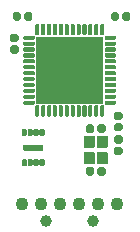
<source format=gbr>
%TF.GenerationSoftware,KiCad,Pcbnew,5.1.8*%
%TF.CreationDate,2020-12-04T00:19:28-05:00*%
%TF.ProjectId,spur,73707572-2e6b-4696-9361-645f70636258,v1.0*%
%TF.SameCoordinates,Original*%
%TF.FileFunction,Soldermask,Bot*%
%TF.FilePolarity,Negative*%
%FSLAX46Y46*%
G04 Gerber Fmt 4.6, Leading zero omitted, Abs format (unit mm)*
G04 Created by KiCad (PCBNEW 5.1.8) date 2020-12-04 00:19:28*
%MOMM*%
%LPD*%
G01*
G04 APERTURE LIST*
%ADD10C,1.000000*%
%ADD11C,1.100000*%
G04 APERTURE END LIST*
%TO.C,U2*%
G36*
G01*
X136100000Y-86150000D02*
X137700000Y-86150000D01*
G75*
G02*
X137750000Y-86200000I0J-50000D01*
G01*
X137750000Y-86600000D01*
G75*
G02*
X137700000Y-86650000I-50000J0D01*
G01*
X136100000Y-86650000D01*
G75*
G02*
X136050000Y-86600000I0J50000D01*
G01*
X136050000Y-86200000D01*
G75*
G02*
X136100000Y-86150000I50000J0D01*
G01*
G37*
G36*
G01*
X136037500Y-87375000D02*
X136262500Y-87375000D01*
G75*
G02*
X136375000Y-87487500I0J-112500D01*
G01*
X136375000Y-87887500D01*
G75*
G02*
X136262500Y-88000000I-112500J0D01*
G01*
X136037500Y-88000000D01*
G75*
G02*
X135925000Y-87887500I0J112500D01*
G01*
X135925000Y-87487500D01*
G75*
G02*
X136037500Y-87375000I112500J0D01*
G01*
G37*
G36*
G01*
X136537500Y-87375000D02*
X136762500Y-87375000D01*
G75*
G02*
X136875000Y-87487500I0J-112500D01*
G01*
X136875000Y-87887500D01*
G75*
G02*
X136762500Y-88000000I-112500J0D01*
G01*
X136537500Y-88000000D01*
G75*
G02*
X136425000Y-87887500I0J112500D01*
G01*
X136425000Y-87487500D01*
G75*
G02*
X136537500Y-87375000I112500J0D01*
G01*
G37*
G36*
G01*
X137037500Y-87375000D02*
X137262500Y-87375000D01*
G75*
G02*
X137375000Y-87487500I0J-112500D01*
G01*
X137375000Y-87887500D01*
G75*
G02*
X137262500Y-88000000I-112500J0D01*
G01*
X137037500Y-88000000D01*
G75*
G02*
X136925000Y-87887500I0J112500D01*
G01*
X136925000Y-87487500D01*
G75*
G02*
X137037500Y-87375000I112500J0D01*
G01*
G37*
G36*
G01*
X137537500Y-87375000D02*
X137762500Y-87375000D01*
G75*
G02*
X137875000Y-87487500I0J-112500D01*
G01*
X137875000Y-87887500D01*
G75*
G02*
X137762500Y-88000000I-112500J0D01*
G01*
X137537500Y-88000000D01*
G75*
G02*
X137425000Y-87887500I0J112500D01*
G01*
X137425000Y-87487500D01*
G75*
G02*
X137537500Y-87375000I112500J0D01*
G01*
G37*
G36*
G01*
X137537500Y-84800000D02*
X137762500Y-84800000D01*
G75*
G02*
X137875000Y-84912500I0J-112500D01*
G01*
X137875000Y-85312500D01*
G75*
G02*
X137762500Y-85425000I-112500J0D01*
G01*
X137537500Y-85425000D01*
G75*
G02*
X137425000Y-85312500I0J112500D01*
G01*
X137425000Y-84912500D01*
G75*
G02*
X137537500Y-84800000I112500J0D01*
G01*
G37*
G36*
G01*
X137037500Y-84800000D02*
X137262500Y-84800000D01*
G75*
G02*
X137375000Y-84912500I0J-112500D01*
G01*
X137375000Y-85312500D01*
G75*
G02*
X137262500Y-85425000I-112500J0D01*
G01*
X137037500Y-85425000D01*
G75*
G02*
X136925000Y-85312500I0J112500D01*
G01*
X136925000Y-84912500D01*
G75*
G02*
X137037500Y-84800000I112500J0D01*
G01*
G37*
G36*
G01*
X136537500Y-84800000D02*
X136762500Y-84800000D01*
G75*
G02*
X136875000Y-84912500I0J-112500D01*
G01*
X136875000Y-85312500D01*
G75*
G02*
X136762500Y-85425000I-112500J0D01*
G01*
X136537500Y-85425000D01*
G75*
G02*
X136425000Y-85312500I0J112500D01*
G01*
X136425000Y-84912500D01*
G75*
G02*
X136537500Y-84800000I112500J0D01*
G01*
G37*
G36*
G01*
X136037500Y-84800000D02*
X136262500Y-84800000D01*
G75*
G02*
X136375000Y-84912500I0J-112500D01*
G01*
X136375000Y-85312500D01*
G75*
G02*
X136262500Y-85425000I-112500J0D01*
G01*
X136037500Y-85425000D01*
G75*
G02*
X135925000Y-85312500I0J112500D01*
G01*
X135925000Y-84912500D01*
G75*
G02*
X136037500Y-84800000I112500J0D01*
G01*
G37*
%TD*%
D10*
%TO.C,SW1*%
X142000000Y-92580000D03*
X138000000Y-92580000D03*
%TD*%
D11*
%TO.C,TP3*%
X144000000Y-91200000D03*
%TD*%
%TO.C,TP2*%
X142400000Y-91200000D03*
%TD*%
%TO.C,TP4*%
X140800000Y-91200000D03*
%TD*%
%TO.C,TP6*%
X139200000Y-91200000D03*
%TD*%
%TO.C,TP5*%
X137600000Y-91200000D03*
%TD*%
%TO.C,TP1*%
X136000000Y-91200000D03*
%TD*%
%TO.C,C10*%
G36*
G01*
X143902500Y-84340000D02*
X144297500Y-84340000D01*
G75*
G02*
X144470000Y-84512500I0J-172500D01*
G01*
X144470000Y-84857500D01*
G75*
G02*
X144297500Y-85030000I-172500J0D01*
G01*
X143902500Y-85030000D01*
G75*
G02*
X143730000Y-84857500I0J172500D01*
G01*
X143730000Y-84512500D01*
G75*
G02*
X143902500Y-84340000I172500J0D01*
G01*
G37*
G36*
G01*
X143902500Y-83370000D02*
X144297500Y-83370000D01*
G75*
G02*
X144470000Y-83542500I0J-172500D01*
G01*
X144470000Y-83887500D01*
G75*
G02*
X144297500Y-84060000I-172500J0D01*
G01*
X143902500Y-84060000D01*
G75*
G02*
X143730000Y-83887500I0J172500D01*
G01*
X143730000Y-83542500D01*
G75*
G02*
X143902500Y-83370000I172500J0D01*
G01*
G37*
%TD*%
%TO.C,C9*%
G36*
G01*
X145145000Y-75102500D02*
X145145000Y-75497500D01*
G75*
G02*
X144972500Y-75670000I-172500J0D01*
G01*
X144627500Y-75670000D01*
G75*
G02*
X144455000Y-75497500I0J172500D01*
G01*
X144455000Y-75102500D01*
G75*
G02*
X144627500Y-74930000I172500J0D01*
G01*
X144972500Y-74930000D01*
G75*
G02*
X145145000Y-75102500I0J-172500D01*
G01*
G37*
G36*
G01*
X144175000Y-75102500D02*
X144175000Y-75497500D01*
G75*
G02*
X144002500Y-75670000I-172500J0D01*
G01*
X143657500Y-75670000D01*
G75*
G02*
X143485000Y-75497500I0J172500D01*
G01*
X143485000Y-75102500D01*
G75*
G02*
X143657500Y-74930000I172500J0D01*
G01*
X144002500Y-74930000D01*
G75*
G02*
X144175000Y-75102500I0J-172500D01*
G01*
G37*
%TD*%
%TO.C,C7*%
G36*
G01*
X144297500Y-87030000D02*
X143902500Y-87030000D01*
G75*
G02*
X143730000Y-86857500I0J172500D01*
G01*
X143730000Y-86512500D01*
G75*
G02*
X143902500Y-86340000I172500J0D01*
G01*
X144297500Y-86340000D01*
G75*
G02*
X144470000Y-86512500I0J-172500D01*
G01*
X144470000Y-86857500D01*
G75*
G02*
X144297500Y-87030000I-172500J0D01*
G01*
G37*
G36*
G01*
X144297500Y-86060000D02*
X143902500Y-86060000D01*
G75*
G02*
X143730000Y-85887500I0J172500D01*
G01*
X143730000Y-85542500D01*
G75*
G02*
X143902500Y-85370000I172500J0D01*
G01*
X144297500Y-85370000D01*
G75*
G02*
X144470000Y-85542500I0J-172500D01*
G01*
X144470000Y-85887500D01*
G75*
G02*
X144297500Y-86060000I-172500J0D01*
G01*
G37*
%TD*%
%TO.C,C6*%
G36*
G01*
X135497500Y-77475000D02*
X135102500Y-77475000D01*
G75*
G02*
X134930000Y-77302500I0J172500D01*
G01*
X134930000Y-76957500D01*
G75*
G02*
X135102500Y-76785000I172500J0D01*
G01*
X135497500Y-76785000D01*
G75*
G02*
X135670000Y-76957500I0J-172500D01*
G01*
X135670000Y-77302500D01*
G75*
G02*
X135497500Y-77475000I-172500J0D01*
G01*
G37*
G36*
G01*
X135497500Y-78445000D02*
X135102500Y-78445000D01*
G75*
G02*
X134930000Y-78272500I0J172500D01*
G01*
X134930000Y-77927500D01*
G75*
G02*
X135102500Y-77755000I172500J0D01*
G01*
X135497500Y-77755000D01*
G75*
G02*
X135670000Y-77927500I0J-172500D01*
G01*
X135670000Y-78272500D01*
G75*
G02*
X135497500Y-78445000I-172500J0D01*
G01*
G37*
%TD*%
%TO.C,C8*%
G36*
G01*
X135875000Y-75102500D02*
X135875000Y-75497500D01*
G75*
G02*
X135702500Y-75670000I-172500J0D01*
G01*
X135357500Y-75670000D01*
G75*
G02*
X135185000Y-75497500I0J172500D01*
G01*
X135185000Y-75102500D01*
G75*
G02*
X135357500Y-74930000I172500J0D01*
G01*
X135702500Y-74930000D01*
G75*
G02*
X135875000Y-75102500I0J-172500D01*
G01*
G37*
G36*
G01*
X136845000Y-75102500D02*
X136845000Y-75497500D01*
G75*
G02*
X136672500Y-75670000I-172500J0D01*
G01*
X136327500Y-75670000D01*
G75*
G02*
X136155000Y-75497500I0J172500D01*
G01*
X136155000Y-75102500D01*
G75*
G02*
X136327500Y-74930000I172500J0D01*
G01*
X136672500Y-74930000D01*
G75*
G02*
X136845000Y-75102500I0J-172500D01*
G01*
G37*
%TD*%
%TO.C,C4*%
G36*
G01*
X143030000Y-84602500D02*
X143030000Y-84997500D01*
G75*
G02*
X142857500Y-85170000I-172500J0D01*
G01*
X142512500Y-85170000D01*
G75*
G02*
X142340000Y-84997500I0J172500D01*
G01*
X142340000Y-84602500D01*
G75*
G02*
X142512500Y-84430000I172500J0D01*
G01*
X142857500Y-84430000D01*
G75*
G02*
X143030000Y-84602500I0J-172500D01*
G01*
G37*
G36*
G01*
X142060000Y-84602500D02*
X142060000Y-84997500D01*
G75*
G02*
X141887500Y-85170000I-172500J0D01*
G01*
X141542500Y-85170000D01*
G75*
G02*
X141370000Y-84997500I0J172500D01*
G01*
X141370000Y-84602500D01*
G75*
G02*
X141542500Y-84430000I172500J0D01*
G01*
X141887500Y-84430000D01*
G75*
G02*
X142060000Y-84602500I0J-172500D01*
G01*
G37*
%TD*%
%TO.C,C5*%
G36*
G01*
X142340000Y-88597500D02*
X142340000Y-88202500D01*
G75*
G02*
X142512500Y-88030000I172500J0D01*
G01*
X142857500Y-88030000D01*
G75*
G02*
X143030000Y-88202500I0J-172500D01*
G01*
X143030000Y-88597500D01*
G75*
G02*
X142857500Y-88770000I-172500J0D01*
G01*
X142512500Y-88770000D01*
G75*
G02*
X142340000Y-88597500I0J172500D01*
G01*
G37*
G36*
G01*
X141370000Y-88597500D02*
X141370000Y-88202500D01*
G75*
G02*
X141542500Y-88030000I172500J0D01*
G01*
X141887500Y-88030000D01*
G75*
G02*
X142060000Y-88202500I0J-172500D01*
G01*
X142060000Y-88597500D01*
G75*
G02*
X141887500Y-88770000I-172500J0D01*
G01*
X141542500Y-88770000D01*
G75*
G02*
X141370000Y-88597500I0J172500D01*
G01*
G37*
%TD*%
%TO.C,U3*%
G36*
G01*
X142837500Y-83775000D02*
X142662500Y-83775000D01*
G75*
G02*
X142575000Y-83687500I0J87500D01*
G01*
X142575000Y-82887500D01*
G75*
G02*
X142662500Y-82800000I87500J0D01*
G01*
X142837500Y-82800000D01*
G75*
G02*
X142925000Y-82887500I0J-87500D01*
G01*
X142925000Y-83687500D01*
G75*
G02*
X142837500Y-83775000I-87500J0D01*
G01*
G37*
G36*
G01*
X142337500Y-83775000D02*
X142162500Y-83775000D01*
G75*
G02*
X142075000Y-83687500I0J87500D01*
G01*
X142075000Y-82887500D01*
G75*
G02*
X142162500Y-82800000I87500J0D01*
G01*
X142337500Y-82800000D01*
G75*
G02*
X142425000Y-82887500I0J-87500D01*
G01*
X142425000Y-83687500D01*
G75*
G02*
X142337500Y-83775000I-87500J0D01*
G01*
G37*
G36*
G01*
X141837500Y-83775000D02*
X141662500Y-83775000D01*
G75*
G02*
X141575000Y-83687500I0J87500D01*
G01*
X141575000Y-82887500D01*
G75*
G02*
X141662500Y-82800000I87500J0D01*
G01*
X141837500Y-82800000D01*
G75*
G02*
X141925000Y-82887500I0J-87500D01*
G01*
X141925000Y-83687500D01*
G75*
G02*
X141837500Y-83775000I-87500J0D01*
G01*
G37*
G36*
G01*
X141337500Y-83775000D02*
X141162500Y-83775000D01*
G75*
G02*
X141075000Y-83687500I0J87500D01*
G01*
X141075000Y-82887500D01*
G75*
G02*
X141162500Y-82800000I87500J0D01*
G01*
X141337500Y-82800000D01*
G75*
G02*
X141425000Y-82887500I0J-87500D01*
G01*
X141425000Y-83687500D01*
G75*
G02*
X141337500Y-83775000I-87500J0D01*
G01*
G37*
G36*
G01*
X140837500Y-83775000D02*
X140662500Y-83775000D01*
G75*
G02*
X140575000Y-83687500I0J87500D01*
G01*
X140575000Y-82887500D01*
G75*
G02*
X140662500Y-82800000I87500J0D01*
G01*
X140837500Y-82800000D01*
G75*
G02*
X140925000Y-82887500I0J-87500D01*
G01*
X140925000Y-83687500D01*
G75*
G02*
X140837500Y-83775000I-87500J0D01*
G01*
G37*
G36*
G01*
X140337500Y-83775000D02*
X140162500Y-83775000D01*
G75*
G02*
X140075000Y-83687500I0J87500D01*
G01*
X140075000Y-82887500D01*
G75*
G02*
X140162500Y-82800000I87500J0D01*
G01*
X140337500Y-82800000D01*
G75*
G02*
X140425000Y-82887500I0J-87500D01*
G01*
X140425000Y-83687500D01*
G75*
G02*
X140337500Y-83775000I-87500J0D01*
G01*
G37*
G36*
G01*
X139837500Y-83775000D02*
X139662500Y-83775000D01*
G75*
G02*
X139575000Y-83687500I0J87500D01*
G01*
X139575000Y-82887500D01*
G75*
G02*
X139662500Y-82800000I87500J0D01*
G01*
X139837500Y-82800000D01*
G75*
G02*
X139925000Y-82887500I0J-87500D01*
G01*
X139925000Y-83687500D01*
G75*
G02*
X139837500Y-83775000I-87500J0D01*
G01*
G37*
G36*
G01*
X139337500Y-83775000D02*
X139162500Y-83775000D01*
G75*
G02*
X139075000Y-83687500I0J87500D01*
G01*
X139075000Y-82887500D01*
G75*
G02*
X139162500Y-82800000I87500J0D01*
G01*
X139337500Y-82800000D01*
G75*
G02*
X139425000Y-82887500I0J-87500D01*
G01*
X139425000Y-83687500D01*
G75*
G02*
X139337500Y-83775000I-87500J0D01*
G01*
G37*
G36*
G01*
X138837500Y-83775000D02*
X138662500Y-83775000D01*
G75*
G02*
X138575000Y-83687500I0J87500D01*
G01*
X138575000Y-82887500D01*
G75*
G02*
X138662500Y-82800000I87500J0D01*
G01*
X138837500Y-82800000D01*
G75*
G02*
X138925000Y-82887500I0J-87500D01*
G01*
X138925000Y-83687500D01*
G75*
G02*
X138837500Y-83775000I-87500J0D01*
G01*
G37*
G36*
G01*
X138337500Y-83775000D02*
X138162500Y-83775000D01*
G75*
G02*
X138075000Y-83687500I0J87500D01*
G01*
X138075000Y-82887500D01*
G75*
G02*
X138162500Y-82800000I87500J0D01*
G01*
X138337500Y-82800000D01*
G75*
G02*
X138425000Y-82887500I0J-87500D01*
G01*
X138425000Y-83687500D01*
G75*
G02*
X138337500Y-83775000I-87500J0D01*
G01*
G37*
G36*
G01*
X137837500Y-83775000D02*
X137662500Y-83775000D01*
G75*
G02*
X137575000Y-83687500I0J87500D01*
G01*
X137575000Y-82887500D01*
G75*
G02*
X137662500Y-82800000I87500J0D01*
G01*
X137837500Y-82800000D01*
G75*
G02*
X137925000Y-82887500I0J-87500D01*
G01*
X137925000Y-83687500D01*
G75*
G02*
X137837500Y-83775000I-87500J0D01*
G01*
G37*
G36*
G01*
X137337500Y-83775000D02*
X137162500Y-83775000D01*
G75*
G02*
X137075000Y-83687500I0J87500D01*
G01*
X137075000Y-82887500D01*
G75*
G02*
X137162500Y-82800000I87500J0D01*
G01*
X137337500Y-82800000D01*
G75*
G02*
X137425000Y-82887500I0J-87500D01*
G01*
X137425000Y-83687500D01*
G75*
G02*
X137337500Y-83775000I-87500J0D01*
G01*
G37*
G36*
G01*
X136962500Y-82775000D02*
X136162500Y-82775000D01*
G75*
G02*
X136075000Y-82687500I0J87500D01*
G01*
X136075000Y-82512500D01*
G75*
G02*
X136162500Y-82425000I87500J0D01*
G01*
X136962500Y-82425000D01*
G75*
G02*
X137050000Y-82512500I0J-87500D01*
G01*
X137050000Y-82687500D01*
G75*
G02*
X136962500Y-82775000I-87500J0D01*
G01*
G37*
G36*
G01*
X136962500Y-82275000D02*
X136162500Y-82275000D01*
G75*
G02*
X136075000Y-82187500I0J87500D01*
G01*
X136075000Y-82012500D01*
G75*
G02*
X136162500Y-81925000I87500J0D01*
G01*
X136962500Y-81925000D01*
G75*
G02*
X137050000Y-82012500I0J-87500D01*
G01*
X137050000Y-82187500D01*
G75*
G02*
X136962500Y-82275000I-87500J0D01*
G01*
G37*
G36*
G01*
X136962500Y-81775000D02*
X136162500Y-81775000D01*
G75*
G02*
X136075000Y-81687500I0J87500D01*
G01*
X136075000Y-81512500D01*
G75*
G02*
X136162500Y-81425000I87500J0D01*
G01*
X136962500Y-81425000D01*
G75*
G02*
X137050000Y-81512500I0J-87500D01*
G01*
X137050000Y-81687500D01*
G75*
G02*
X136962500Y-81775000I-87500J0D01*
G01*
G37*
G36*
G01*
X136962500Y-81275000D02*
X136162500Y-81275000D01*
G75*
G02*
X136075000Y-81187500I0J87500D01*
G01*
X136075000Y-81012500D01*
G75*
G02*
X136162500Y-80925000I87500J0D01*
G01*
X136962500Y-80925000D01*
G75*
G02*
X137050000Y-81012500I0J-87500D01*
G01*
X137050000Y-81187500D01*
G75*
G02*
X136962500Y-81275000I-87500J0D01*
G01*
G37*
G36*
G01*
X136962500Y-80775000D02*
X136162500Y-80775000D01*
G75*
G02*
X136075000Y-80687500I0J87500D01*
G01*
X136075000Y-80512500D01*
G75*
G02*
X136162500Y-80425000I87500J0D01*
G01*
X136962500Y-80425000D01*
G75*
G02*
X137050000Y-80512500I0J-87500D01*
G01*
X137050000Y-80687500D01*
G75*
G02*
X136962500Y-80775000I-87500J0D01*
G01*
G37*
G36*
G01*
X136962500Y-80275000D02*
X136162500Y-80275000D01*
G75*
G02*
X136075000Y-80187500I0J87500D01*
G01*
X136075000Y-80012500D01*
G75*
G02*
X136162500Y-79925000I87500J0D01*
G01*
X136962500Y-79925000D01*
G75*
G02*
X137050000Y-80012500I0J-87500D01*
G01*
X137050000Y-80187500D01*
G75*
G02*
X136962500Y-80275000I-87500J0D01*
G01*
G37*
G36*
G01*
X136962500Y-79775000D02*
X136162500Y-79775000D01*
G75*
G02*
X136075000Y-79687500I0J87500D01*
G01*
X136075000Y-79512500D01*
G75*
G02*
X136162500Y-79425000I87500J0D01*
G01*
X136962500Y-79425000D01*
G75*
G02*
X137050000Y-79512500I0J-87500D01*
G01*
X137050000Y-79687500D01*
G75*
G02*
X136962500Y-79775000I-87500J0D01*
G01*
G37*
G36*
G01*
X136962500Y-79275000D02*
X136162500Y-79275000D01*
G75*
G02*
X136075000Y-79187500I0J87500D01*
G01*
X136075000Y-79012500D01*
G75*
G02*
X136162500Y-78925000I87500J0D01*
G01*
X136962500Y-78925000D01*
G75*
G02*
X137050000Y-79012500I0J-87500D01*
G01*
X137050000Y-79187500D01*
G75*
G02*
X136962500Y-79275000I-87500J0D01*
G01*
G37*
G36*
G01*
X136962500Y-78775000D02*
X136162500Y-78775000D01*
G75*
G02*
X136075000Y-78687500I0J87500D01*
G01*
X136075000Y-78512500D01*
G75*
G02*
X136162500Y-78425000I87500J0D01*
G01*
X136962500Y-78425000D01*
G75*
G02*
X137050000Y-78512500I0J-87500D01*
G01*
X137050000Y-78687500D01*
G75*
G02*
X136962500Y-78775000I-87500J0D01*
G01*
G37*
G36*
G01*
X136962500Y-78275000D02*
X136162500Y-78275000D01*
G75*
G02*
X136075000Y-78187500I0J87500D01*
G01*
X136075000Y-78012500D01*
G75*
G02*
X136162500Y-77925000I87500J0D01*
G01*
X136962500Y-77925000D01*
G75*
G02*
X137050000Y-78012500I0J-87500D01*
G01*
X137050000Y-78187500D01*
G75*
G02*
X136962500Y-78275000I-87500J0D01*
G01*
G37*
G36*
G01*
X136962500Y-77775000D02*
X136162500Y-77775000D01*
G75*
G02*
X136075000Y-77687500I0J87500D01*
G01*
X136075000Y-77512500D01*
G75*
G02*
X136162500Y-77425000I87500J0D01*
G01*
X136962500Y-77425000D01*
G75*
G02*
X137050000Y-77512500I0J-87500D01*
G01*
X137050000Y-77687500D01*
G75*
G02*
X136962500Y-77775000I-87500J0D01*
G01*
G37*
G36*
G01*
X136962500Y-77275000D02*
X136162500Y-77275000D01*
G75*
G02*
X136075000Y-77187500I0J87500D01*
G01*
X136075000Y-77012500D01*
G75*
G02*
X136162500Y-76925000I87500J0D01*
G01*
X136962500Y-76925000D01*
G75*
G02*
X137050000Y-77012500I0J-87500D01*
G01*
X137050000Y-77187500D01*
G75*
G02*
X136962500Y-77275000I-87500J0D01*
G01*
G37*
G36*
G01*
X137337500Y-76900000D02*
X137162500Y-76900000D01*
G75*
G02*
X137075000Y-76812500I0J87500D01*
G01*
X137075000Y-76012500D01*
G75*
G02*
X137162500Y-75925000I87500J0D01*
G01*
X137337500Y-75925000D01*
G75*
G02*
X137425000Y-76012500I0J-87500D01*
G01*
X137425000Y-76812500D01*
G75*
G02*
X137337500Y-76900000I-87500J0D01*
G01*
G37*
G36*
G01*
X137837500Y-76900000D02*
X137662500Y-76900000D01*
G75*
G02*
X137575000Y-76812500I0J87500D01*
G01*
X137575000Y-76012500D01*
G75*
G02*
X137662500Y-75925000I87500J0D01*
G01*
X137837500Y-75925000D01*
G75*
G02*
X137925000Y-76012500I0J-87500D01*
G01*
X137925000Y-76812500D01*
G75*
G02*
X137837500Y-76900000I-87500J0D01*
G01*
G37*
G36*
G01*
X138337500Y-76900000D02*
X138162500Y-76900000D01*
G75*
G02*
X138075000Y-76812500I0J87500D01*
G01*
X138075000Y-76012500D01*
G75*
G02*
X138162500Y-75925000I87500J0D01*
G01*
X138337500Y-75925000D01*
G75*
G02*
X138425000Y-76012500I0J-87500D01*
G01*
X138425000Y-76812500D01*
G75*
G02*
X138337500Y-76900000I-87500J0D01*
G01*
G37*
G36*
G01*
X138837500Y-76900000D02*
X138662500Y-76900000D01*
G75*
G02*
X138575000Y-76812500I0J87500D01*
G01*
X138575000Y-76012500D01*
G75*
G02*
X138662500Y-75925000I87500J0D01*
G01*
X138837500Y-75925000D01*
G75*
G02*
X138925000Y-76012500I0J-87500D01*
G01*
X138925000Y-76812500D01*
G75*
G02*
X138837500Y-76900000I-87500J0D01*
G01*
G37*
G36*
G01*
X139337500Y-76900000D02*
X139162500Y-76900000D01*
G75*
G02*
X139075000Y-76812500I0J87500D01*
G01*
X139075000Y-76012500D01*
G75*
G02*
X139162500Y-75925000I87500J0D01*
G01*
X139337500Y-75925000D01*
G75*
G02*
X139425000Y-76012500I0J-87500D01*
G01*
X139425000Y-76812500D01*
G75*
G02*
X139337500Y-76900000I-87500J0D01*
G01*
G37*
G36*
G01*
X139837500Y-76900000D02*
X139662500Y-76900000D01*
G75*
G02*
X139575000Y-76812500I0J87500D01*
G01*
X139575000Y-76012500D01*
G75*
G02*
X139662500Y-75925000I87500J0D01*
G01*
X139837500Y-75925000D01*
G75*
G02*
X139925000Y-76012500I0J-87500D01*
G01*
X139925000Y-76812500D01*
G75*
G02*
X139837500Y-76900000I-87500J0D01*
G01*
G37*
G36*
G01*
X140337500Y-76900000D02*
X140162500Y-76900000D01*
G75*
G02*
X140075000Y-76812500I0J87500D01*
G01*
X140075000Y-76012500D01*
G75*
G02*
X140162500Y-75925000I87500J0D01*
G01*
X140337500Y-75925000D01*
G75*
G02*
X140425000Y-76012500I0J-87500D01*
G01*
X140425000Y-76812500D01*
G75*
G02*
X140337500Y-76900000I-87500J0D01*
G01*
G37*
G36*
G01*
X140837500Y-76900000D02*
X140662500Y-76900000D01*
G75*
G02*
X140575000Y-76812500I0J87500D01*
G01*
X140575000Y-76012500D01*
G75*
G02*
X140662500Y-75925000I87500J0D01*
G01*
X140837500Y-75925000D01*
G75*
G02*
X140925000Y-76012500I0J-87500D01*
G01*
X140925000Y-76812500D01*
G75*
G02*
X140837500Y-76900000I-87500J0D01*
G01*
G37*
G36*
G01*
X141337500Y-76900000D02*
X141162500Y-76900000D01*
G75*
G02*
X141075000Y-76812500I0J87500D01*
G01*
X141075000Y-76012500D01*
G75*
G02*
X141162500Y-75925000I87500J0D01*
G01*
X141337500Y-75925000D01*
G75*
G02*
X141425000Y-76012500I0J-87500D01*
G01*
X141425000Y-76812500D01*
G75*
G02*
X141337500Y-76900000I-87500J0D01*
G01*
G37*
G36*
G01*
X141837500Y-76900000D02*
X141662500Y-76900000D01*
G75*
G02*
X141575000Y-76812500I0J87500D01*
G01*
X141575000Y-76012500D01*
G75*
G02*
X141662500Y-75925000I87500J0D01*
G01*
X141837500Y-75925000D01*
G75*
G02*
X141925000Y-76012500I0J-87500D01*
G01*
X141925000Y-76812500D01*
G75*
G02*
X141837500Y-76900000I-87500J0D01*
G01*
G37*
G36*
G01*
X142337500Y-76900000D02*
X142162500Y-76900000D01*
G75*
G02*
X142075000Y-76812500I0J87500D01*
G01*
X142075000Y-76012500D01*
G75*
G02*
X142162500Y-75925000I87500J0D01*
G01*
X142337500Y-75925000D01*
G75*
G02*
X142425000Y-76012500I0J-87500D01*
G01*
X142425000Y-76812500D01*
G75*
G02*
X142337500Y-76900000I-87500J0D01*
G01*
G37*
G36*
G01*
X142837500Y-76900000D02*
X142662500Y-76900000D01*
G75*
G02*
X142575000Y-76812500I0J87500D01*
G01*
X142575000Y-76012500D01*
G75*
G02*
X142662500Y-75925000I87500J0D01*
G01*
X142837500Y-75925000D01*
G75*
G02*
X142925000Y-76012500I0J-87500D01*
G01*
X142925000Y-76812500D01*
G75*
G02*
X142837500Y-76900000I-87500J0D01*
G01*
G37*
G36*
G01*
X143837500Y-77275000D02*
X143037500Y-77275000D01*
G75*
G02*
X142950000Y-77187500I0J87500D01*
G01*
X142950000Y-77012500D01*
G75*
G02*
X143037500Y-76925000I87500J0D01*
G01*
X143837500Y-76925000D01*
G75*
G02*
X143925000Y-77012500I0J-87500D01*
G01*
X143925000Y-77187500D01*
G75*
G02*
X143837500Y-77275000I-87500J0D01*
G01*
G37*
G36*
G01*
X143837500Y-77775000D02*
X143037500Y-77775000D01*
G75*
G02*
X142950000Y-77687500I0J87500D01*
G01*
X142950000Y-77512500D01*
G75*
G02*
X143037500Y-77425000I87500J0D01*
G01*
X143837500Y-77425000D01*
G75*
G02*
X143925000Y-77512500I0J-87500D01*
G01*
X143925000Y-77687500D01*
G75*
G02*
X143837500Y-77775000I-87500J0D01*
G01*
G37*
G36*
G01*
X143837500Y-78275000D02*
X143037500Y-78275000D01*
G75*
G02*
X142950000Y-78187500I0J87500D01*
G01*
X142950000Y-78012500D01*
G75*
G02*
X143037500Y-77925000I87500J0D01*
G01*
X143837500Y-77925000D01*
G75*
G02*
X143925000Y-78012500I0J-87500D01*
G01*
X143925000Y-78187500D01*
G75*
G02*
X143837500Y-78275000I-87500J0D01*
G01*
G37*
G36*
G01*
X143837500Y-78775000D02*
X143037500Y-78775000D01*
G75*
G02*
X142950000Y-78687500I0J87500D01*
G01*
X142950000Y-78512500D01*
G75*
G02*
X143037500Y-78425000I87500J0D01*
G01*
X143837500Y-78425000D01*
G75*
G02*
X143925000Y-78512500I0J-87500D01*
G01*
X143925000Y-78687500D01*
G75*
G02*
X143837500Y-78775000I-87500J0D01*
G01*
G37*
G36*
G01*
X143837500Y-79275000D02*
X143037500Y-79275000D01*
G75*
G02*
X142950000Y-79187500I0J87500D01*
G01*
X142950000Y-79012500D01*
G75*
G02*
X143037500Y-78925000I87500J0D01*
G01*
X143837500Y-78925000D01*
G75*
G02*
X143925000Y-79012500I0J-87500D01*
G01*
X143925000Y-79187500D01*
G75*
G02*
X143837500Y-79275000I-87500J0D01*
G01*
G37*
G36*
G01*
X143837500Y-79775000D02*
X143037500Y-79775000D01*
G75*
G02*
X142950000Y-79687500I0J87500D01*
G01*
X142950000Y-79512500D01*
G75*
G02*
X143037500Y-79425000I87500J0D01*
G01*
X143837500Y-79425000D01*
G75*
G02*
X143925000Y-79512500I0J-87500D01*
G01*
X143925000Y-79687500D01*
G75*
G02*
X143837500Y-79775000I-87500J0D01*
G01*
G37*
G36*
G01*
X143837500Y-80275000D02*
X143037500Y-80275000D01*
G75*
G02*
X142950000Y-80187500I0J87500D01*
G01*
X142950000Y-80012500D01*
G75*
G02*
X143037500Y-79925000I87500J0D01*
G01*
X143837500Y-79925000D01*
G75*
G02*
X143925000Y-80012500I0J-87500D01*
G01*
X143925000Y-80187500D01*
G75*
G02*
X143837500Y-80275000I-87500J0D01*
G01*
G37*
G36*
G01*
X143837500Y-80775000D02*
X143037500Y-80775000D01*
G75*
G02*
X142950000Y-80687500I0J87500D01*
G01*
X142950000Y-80512500D01*
G75*
G02*
X143037500Y-80425000I87500J0D01*
G01*
X143837500Y-80425000D01*
G75*
G02*
X143925000Y-80512500I0J-87500D01*
G01*
X143925000Y-80687500D01*
G75*
G02*
X143837500Y-80775000I-87500J0D01*
G01*
G37*
G36*
G01*
X143837500Y-81275000D02*
X143037500Y-81275000D01*
G75*
G02*
X142950000Y-81187500I0J87500D01*
G01*
X142950000Y-81012500D01*
G75*
G02*
X143037500Y-80925000I87500J0D01*
G01*
X143837500Y-80925000D01*
G75*
G02*
X143925000Y-81012500I0J-87500D01*
G01*
X143925000Y-81187500D01*
G75*
G02*
X143837500Y-81275000I-87500J0D01*
G01*
G37*
G36*
G01*
X143837500Y-81775000D02*
X143037500Y-81775000D01*
G75*
G02*
X142950000Y-81687500I0J87500D01*
G01*
X142950000Y-81512500D01*
G75*
G02*
X143037500Y-81425000I87500J0D01*
G01*
X143837500Y-81425000D01*
G75*
G02*
X143925000Y-81512500I0J-87500D01*
G01*
X143925000Y-81687500D01*
G75*
G02*
X143837500Y-81775000I-87500J0D01*
G01*
G37*
G36*
G01*
X143837500Y-82275000D02*
X143037500Y-82275000D01*
G75*
G02*
X142950000Y-82187500I0J87500D01*
G01*
X142950000Y-82012500D01*
G75*
G02*
X143037500Y-81925000I87500J0D01*
G01*
X143837500Y-81925000D01*
G75*
G02*
X143925000Y-82012500I0J-87500D01*
G01*
X143925000Y-82187500D01*
G75*
G02*
X143837500Y-82275000I-87500J0D01*
G01*
G37*
G36*
G01*
X143837500Y-82775000D02*
X143037500Y-82775000D01*
G75*
G02*
X142950000Y-82687500I0J87500D01*
G01*
X142950000Y-82512500D01*
G75*
G02*
X143037500Y-82425000I87500J0D01*
G01*
X143837500Y-82425000D01*
G75*
G02*
X143925000Y-82512500I0J-87500D01*
G01*
X143925000Y-82687500D01*
G75*
G02*
X143837500Y-82775000I-87500J0D01*
G01*
G37*
G36*
G01*
X142800000Y-82700000D02*
X137200000Y-82700000D01*
G75*
G02*
X137150000Y-82650000I0J50000D01*
G01*
X137150000Y-77050000D01*
G75*
G02*
X137200000Y-77000000I50000J0D01*
G01*
X142800000Y-77000000D01*
G75*
G02*
X142850000Y-77050000I0J-50000D01*
G01*
X142850000Y-82650000D01*
G75*
G02*
X142800000Y-82700000I-50000J0D01*
G01*
G37*
%TD*%
%TO.C,Y1*%
G36*
G01*
X142350000Y-85400000D02*
X143150000Y-85400000D01*
G75*
G02*
X143200000Y-85450000I0J-50000D01*
G01*
X143200000Y-86350000D01*
G75*
G02*
X143150000Y-86400000I-50000J0D01*
G01*
X142350000Y-86400000D01*
G75*
G02*
X142300000Y-86350000I0J50000D01*
G01*
X142300000Y-85450000D01*
G75*
G02*
X142350000Y-85400000I50000J0D01*
G01*
G37*
G36*
G01*
X142350000Y-86800000D02*
X143150000Y-86800000D01*
G75*
G02*
X143200000Y-86850000I0J-50000D01*
G01*
X143200000Y-87750000D01*
G75*
G02*
X143150000Y-87800000I-50000J0D01*
G01*
X142350000Y-87800000D01*
G75*
G02*
X142300000Y-87750000I0J50000D01*
G01*
X142300000Y-86850000D01*
G75*
G02*
X142350000Y-86800000I50000J0D01*
G01*
G37*
G36*
G01*
X141250000Y-86800000D02*
X142050000Y-86800000D01*
G75*
G02*
X142100000Y-86850000I0J-50000D01*
G01*
X142100000Y-87750000D01*
G75*
G02*
X142050000Y-87800000I-50000J0D01*
G01*
X141250000Y-87800000D01*
G75*
G02*
X141200000Y-87750000I0J50000D01*
G01*
X141200000Y-86850000D01*
G75*
G02*
X141250000Y-86800000I50000J0D01*
G01*
G37*
G36*
G01*
X141250000Y-85400000D02*
X142050000Y-85400000D01*
G75*
G02*
X142100000Y-85450000I0J-50000D01*
G01*
X142100000Y-86350000D01*
G75*
G02*
X142050000Y-86400000I-50000J0D01*
G01*
X141250000Y-86400000D01*
G75*
G02*
X141200000Y-86350000I0J50000D01*
G01*
X141200000Y-85450000D01*
G75*
G02*
X141250000Y-85400000I50000J0D01*
G01*
G37*
%TD*%
M02*

</source>
